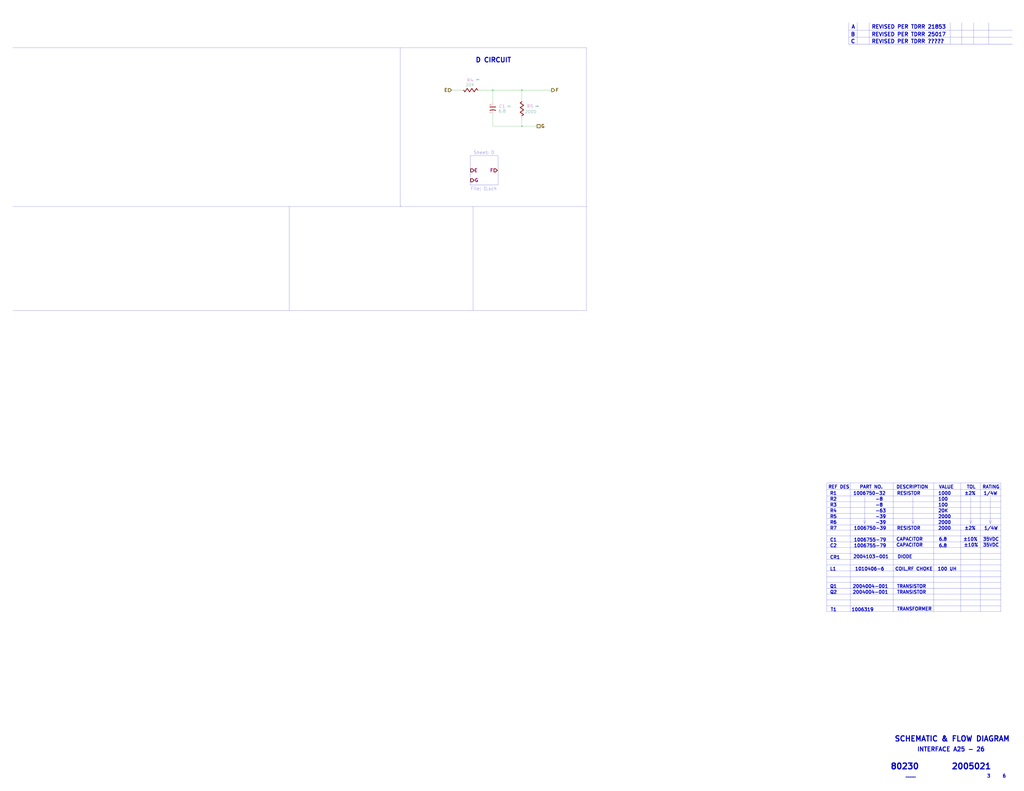
<source format=kicad_sch>
(kicad_sch (version 20211123) (generator eeschema)
  (paper "E")
  (lib_symbols
    (symbol "AGC_DSKY:Capacitor-Polarized" (pin_numbers hide) (pin_names (offset 0) hide)
      (property "Reference" "C" (at 4.445 5.08 0))
      (symbol "Capacitor-Polarized_0_0"
        (text "+" (at -2.54 4.445 0) (effects (font (size 3.556 3.556))))
        (text "-" (at -2.54 -3.81 0) (effects (font (size 3.556 3.556))))
      )
      (symbol "Capacitor-Polarized_0_1"
        (polyline (pts (xy -3.175 1.905) (xy 3.175 1.905)) (stroke (width 0.762)))
        (arc (start 3.175 -1.905) (mid 0 -1.2173) (end -3.175 -1.905) (stroke (width 0.762)))
      )
      (symbol "Capacitor-Polarized_1_1"
        (pin passive line (at 0 6.985 270) (length 5.08) (name "1") (number "1"))
        (pin passive line (at 0 -6.35 90) (length 5.08) (name "2") (number "2"))
      )
    )
    (symbol "AGC_DSKY:HierBody" (pin_numbers hide) (pin_names (offset 0) hide)
      (symbol "HierBody_0_1"
        (polyline (pts (xy 1.905 0) (xy -0.127 -1.778) (xy -1.905 -1.778) (xy -1.905 1.778) (xy -0.127 1.778) (xy 1.905 0)) (stroke (width 0.762)))
      )
    )
    (symbol "AGC_DSKY:Resistor" (pin_numbers hide) (pin_names (offset 0) hide)
      (property "Reference" "R" (at -0.635 -4.445 0))
      (symbol "Resistor_0_1"
        (polyline (pts (xy -7.62 0) (xy -6.35 -1.905) (xy -3.81 1.905) (xy -1.27 -1.905) (xy 1.27 1.905) (xy 3.81 -1.905) (xy 6.35 1.905) (xy 7.62 0)) (stroke (width 0.762)))
      )
      (symbol "Resistor_1_1"
        (pin passive line (at -10.16 0 0) (length 2.54) (name "1") (number "1"))
        (pin passive line (at 10.16 0 180) (length 2.54) (name "2") (number "2"))
      )
    )
  )
  (junction (at 537.845 98.425))
  (junction (at 569.595 98.425))
  (junction (at 569.595 137.795))
  (polyline (pts (xy 640.08 52.07) (xy 640.08 339.09)) (stroke (width 0) (type solid)))
  (polyline (pts (xy 436.88 224.79) (xy 437.515 224.79)))
  (polyline (pts (xy 902.4366 527.558) (xy 1092.3016 527.558)) (stroke (width 0) (type solid)))
  (wire (pts (xy 492.76 98.425) (xy 503.555 98.425)))
  (polyline (pts (xy 1078.992 48.2346) (xy 1078.992 24.7396)) (stroke (width 0.1524) (type solid)))
  (polyline (pts (xy 974.8266 527.558) (xy 974.8266 667.893)) (stroke (width 0) (type solid)))
  (polyline (pts (xy 315.595 225.425) (xy 315.595 339.09)) (stroke (width 0) (type solid)))
  (polyline (pts (xy 902.4366 585.343) (xy 1092.3016 585.343)) (stroke (width 0) (type solid)))
  (polyline (pts (xy 1059.2816 572.008) (xy 1058.0116 568.198)) (stroke (width 0) (type solid)))
  (polyline (pts (xy 902.4366 541.528) (xy 1092.3016 541.528)) (stroke (width 0) (type solid)))
  (wire (pts (xy 537.845 137.795) (xy 569.595 137.795)))
  (polyline (pts (xy 902.4366 527.558) (xy 902.4366 667.893)) (stroke (width 0) (type solid)))
  (polyline (pts (xy 902.4366 629.793) (xy 1092.3016 629.793)) (stroke (width 0) (type solid)))
  (polyline (pts (xy 1104.9 33.02) (xy 926.1094 33.02)) (stroke (width 0.1524) (type solid)))
  (wire (pts (xy 569.595 137.795) (xy 586.105 137.795)))
  (wire (pts (xy 569.595 108.585) (xy 569.595 98.425)))
  (polyline (pts (xy 902.4366 591.693) (xy 1092.3016 591.693)) (stroke (width 0) (type solid)))
  (polyline (pts (xy 948.69 48.2346) (xy 948.69 24.7396)) (stroke (width 0.1524) (type solid)))
  (wire (pts (xy 537.845 98.425) (xy 569.595 98.425)))
  (polyline (pts (xy 1080.8716 542.798) (xy 1080.8716 572.008)) (stroke (width 0) (type solid)))
  (polyline (pts (xy 902.4366 566.293) (xy 1092.3016 566.293)) (stroke (width 0) (type solid)))
  (polyline (pts (xy 1049.8074 48.2346) (xy 1049.8074 24.7396)) (stroke (width 0.1524) (type solid)))
  (polyline (pts (xy 935.7106 48.26) (xy 935.7106 24.765)) (stroke (width 0.1524) (type solid)))
  (polyline (pts (xy 944.9816 568.198) (xy 943.7116 572.008)) (stroke (width 0) (type solid)))
  (polyline (pts (xy 1059.2816 542.798) (xy 1059.2816 572.008)) (stroke (width 0) (type solid)))
  (polyline (pts (xy 927.8366 527.558) (xy 927.8366 667.893)) (stroke (width 0) (type solid)))
  (polyline (pts (xy 943.7116 572.008) (xy 942.4416 568.198)) (stroke (width 0) (type solid)))
  (polyline (pts (xy 436.88 52.07) (xy 436.88 224.79)) (stroke (width 0) (type solid)))
  (polyline (pts (xy 1080.8716 572.008) (xy 1079.6016 568.198)) (stroke (width 0) (type solid)))
  (polyline (pts (xy 437.515 224.79) (xy 437.515 225.425)))
  (polyline (pts (xy 1062.5074 48.2346) (xy 1062.5074 24.7396)) (stroke (width 0.1524) (type solid)))
  (polyline (pts (xy 943.7116 542.798) (xy 943.7116 572.008)) (stroke (width 0) (type solid)))
  (polyline (pts (xy 997.6866 568.198) (xy 996.4166 572.008)) (stroke (width 0) (type solid)))
  (polyline (pts (xy 1092.3016 598.043) (xy 902.4366 598.043)) (stroke (width 0) (type solid)))
  (wire (pts (xy 537.845 98.425) (xy 537.845 111.76)))
  (polyline (pts (xy 513.08 170.18) (xy 543.56 170.18)) (stroke (width 0) (type solid)))
  (polyline (pts (xy 1060.5516 568.198) (xy 1059.2816 572.008)) (stroke (width 0) (type solid)))
  (polyline (pts (xy 902.4366 604.393) (xy 1092.3016 604.393)) (stroke (width 0) (type solid)))
  (polyline (pts (xy 13.97 339.09) (xy 640.08 339.09)) (stroke (width 0) (type solid)))
  (polyline (pts (xy 1048.4866 527.558) (xy 1048.4866 667.893)) (stroke (width 0) (type solid)))
  (polyline (pts (xy 513.08 201.93) (xy 543.56 201.93)) (stroke (width 0) (type solid)))
  (polyline (pts (xy 513.08 170.18) (xy 513.08 201.93)) (stroke (width 0) (type solid)))
  (polyline (pts (xy 516.255 225.425) (xy 516.255 339.09)) (stroke (width 0) (type solid)))
  (polyline (pts (xy 1104.9 48.26) (xy 926.084 48.26)) (stroke (width 0.1524) (type solid)))
  (polyline (pts (xy 1037.1074 48.2346) (xy 1037.1074 24.7396)) (stroke (width 0.1524) (type solid)))
  (polyline (pts (xy 1104.9 40.64) (xy 926.1094 40.64)) (stroke (width 0.1524) (type solid)))
  (polyline (pts (xy 1070.0766 527.558) (xy 1070.0766 667.893)) (stroke (width 0) (type solid)))
  (polyline (pts (xy 926.1094 48.26) (xy 926.1094 24.765)) (stroke (width 0.1524) (type solid)))
  (polyline (pts (xy 1092.3016 547.878) (xy 902.4366 547.878)) (stroke (width 0) (type solid)))
  (polyline (pts (xy 996.4166 542.798) (xy 996.4166 572.008)) (stroke (width 0) (type solid)))
  (polyline (pts (xy 1082.1416 568.198) (xy 1080.8716 572.008)) (stroke (width 0) (type solid)))
  (wire (pts (xy 537.845 125.095) (xy 537.845 137.795)))
  (polyline (pts (xy 902.4366 573.278) (xy 1092.3016 573.278)) (stroke (width 0) (type solid)))
  (polyline (pts (xy 1092.3016 527.558) (xy 1092.3016 667.893)) (stroke (width 0) (type solid)))
  (polyline (pts (xy 1019.2766 527.558) (xy 1019.2766 667.893)) (stroke (width 0) (type solid)))
  (polyline (pts (xy 902.4366 642.493) (xy 1092.3016 642.493)) (stroke (width 0) (type solid)))
  (polyline (pts (xy 543.56 201.93) (xy 543.56 170.18)) (stroke (width 0) (type solid)))
  (wire (pts (xy 569.595 128.905) (xy 569.595 137.795)))
  (polyline (pts (xy 1092.3016 623.443) (xy 902.4366 623.443)) (stroke (width 0) (type solid)))
  (polyline (pts (xy 902.4366 617.093) (xy 1092.3016 617.093)) (stroke (width 0) (type solid)))
  (polyline (pts (xy 1092.3016 636.143) (xy 902.4366 636.143)) (stroke (width 0) (type solid)))
  (polyline (pts (xy 1092.3016 648.843) (xy 902.4366 648.843)) (stroke (width 0) (type solid)))
  (wire (pts (xy 569.595 98.425) (xy 601.98 98.425)))
  (polyline (pts (xy 902.4366 655.193) (xy 1092.3016 655.193)) (stroke (width 0) (type solid)))
  (polyline (pts (xy 1092.3016 610.743) (xy 902.4366 610.743)) (stroke (width 0) (type solid)))
  (polyline (pts (xy 1092.3016 560.578) (xy 902.4366 560.578)) (stroke (width 0) (type solid)))
  (polyline (pts (xy 1092.3016 534.543) (xy 902.4366 534.543)) (stroke (width 0) (type solid)))
  (polyline (pts (xy 902.4366 667.893) (xy 1092.3016 667.893)) (stroke (width 0) (type solid)))
  (polyline (pts (xy 996.4166 572.008) (xy 995.1466 568.198)) (stroke (width 0) (type solid)))
  (wire (pts (xy 523.875 98.425) (xy 537.845 98.425)))
  (polyline (pts (xy 13.97 225.425) (xy 640.08 225.425)) (stroke (width 0) (type solid)))
  (polyline (pts (xy 1092.3016 661.543) (xy 902.4366 661.543)) (stroke (width 0) (type solid)))
  (polyline (pts (xy 902.4366 554.228) (xy 1092.3016 554.228)) (stroke (width 0) (type solid)))
  (polyline (pts (xy 902.4366 578.993) (xy 1092.3016 578.993)) (stroke (width 0) (type solid)))
  (polyline (pts (xy 13.97 52.07) (xy 640.08 52.07)) (stroke (width 0) (type solid)))
  (text "1010406-6" (at 932.9166 623.443 0) (effects (font (size 3.556 3.556) (thickness 0.7112) bold) (justify left bottom)))
  (text "CAPACITOR" (at 978.0016 597.408 0) (effects (font (size 3.556 3.556) (thickness 0.7112) bold) (justify left bottom)))
  (text "1/4W" (at 1073.2516 540.893 0) (effects (font (size 3.556 3.556) (thickness 0.7112) bold) (justify left bottom)))
  (text "DESCRIPTION" (at 978.0016 533.908 0) (effects (font (size 3.556 3.556) (thickness 0.7112) bold) (justify left bottom)))
  (text "B      REVISED PER TDRR 25017" (at 928.37 40.005 0) (effects (font (size 4.064 4.064) (thickness 0.8128) bold) (justify left bottom)))
  (text "R4" (at 905.6116 559.943 0) (effects (font (size 3.556 3.556) (thickness 0.7112) bold) (justify left bottom)))
  (text "REF DES" (at 903.7066 533.908 0) (effects (font (size 3.556 3.556) (thickness 0.7112) bold) (justify left bottom)))
  (text "1006755-79" (at 931.6466 598.043 0) (effects (font (size 3.556 3.556) (thickness 0.7112) bold) (justify left bottom)))
  (text "6.8" (at 1024.3566 591.058 0) (effects (font (size 3.556 3.556) (thickness 0.7112) bold) (justify left bottom)))
  (text "-8" (at 955.1416 553.593 0) (effects (font (size 3.556 3.556) (thickness 0.7112) bold) (justify left bottom)))
  (text "CR1" (at 905.6116 610.743 0) (effects (font (size 3.556 3.556) (thickness 0.7112) bold) (justify left bottom)))
  (text "RESISTOR" (at 978.6366 540.893 0) (effects (font (size 3.556 3.556) (thickness 0.7112) bold) (justify left bottom)))
  (text "Q1" (at 905.6116 642.493 0) (effects (font (size 3.556 3.556) (thickness 0.7112) bold) (justify left bottom)))
  (text "R3" (at 905.6116 553.593 0) (effects (font (size 3.556 3.556) (thickness 0.7112) bold) (justify left bottom)))
  (text "RATING" (at 1071.9816 533.908 0) (effects (font (size 3.556 3.556) (thickness 0.7112) bold) (justify left bottom)))
  (text "INTERFACE A25 - 26" (at 1000.76 821.055 0) (effects (font (size 4.572 4.572) (thickness 0.9144) bold) (justify left bottom)))
  (text "2004004-001" (at 930.3766 648.843 0) (effects (font (size 3.556 3.556) (thickness 0.7112) bold) (justify left bottom)))
  (text "SCHEMATIC & FLOW DIAGRAM" (at 975.995 810.26 0) (effects (font (size 5.715 5.715) (thickness 1.143) bold) (justify left bottom)))
  (text "R1" (at 905.6116 540.893 0) (effects (font (size 3.556 3.556) (thickness 0.7112) bold) (justify left bottom)))
  (text "L1" (at 905.6116 623.443 0) (effects (font (size 3.556 3.556) (thickness 0.7112) bold) (justify left bottom)))
  (text "C1" (at 905.6116 591.693 0) (effects (font (size 3.556 3.556) (thickness 0.7112) bold) (justify left bottom)))
  (text "80230" (at 971.55 840.74 0) (effects (font (size 6.35 6.35) (thickness 1.27) bold) (justify left bottom)))
  (text "2005021" (at 1038.225 840.74 0) (effects (font (size 6.35 6.35) (thickness 1.27) bold) (justify left bottom)))
  (text "±2%" (at 1052.2966 578.993 0) (effects (font (size 3.556 3.556) (thickness 0.7112) bold) (justify left bottom)))
  (text "File: D.sch" (at 542.29 208.28 180) (effects (font (size 3.556 3.556)) (justify right bottom)))
  (text "1000" (at 1023.7216 540.893 0) (effects (font (size 3.556 3.556) (thickness 0.7112) bold) (justify left bottom)))
  (text "100" (at 1023.7216 553.593 0) (effects (font (size 3.556 3.556) (thickness 0.7112) bold) (justify left bottom)))
  (text "CAPACITOR" (at 978.0016 591.058 0) (effects (font (size 3.556 3.556) (thickness 0.7112) bold) (justify left bottom)))
  (text "-8" (at 955.1416 547.243 0) (effects (font (size 3.556 3.556) (thickness 0.7112) bold) (justify left bottom)))
  (text "TOL" (at 1054.8366 533.908 0) (effects (font (size 3.556 3.556) (thickness 0.7112) bold) (justify left bottom)))
  (text "T1" (at 906.2466 667.893 0) (effects (font (size 3.556 3.556) (thickness 0.7112) bold) (justify left bottom)))
  (text "35VDC" (at 1072.6166 591.058 0) (effects (font (size 3.556 3.556) (thickness 0.7112) bold) (justify left bottom)))
  (text "DIODE" (at 979.2716 610.108 0) (effects (font (size 3.556 3.556) (thickness 0.7112) bold) (justify left bottom)))
  (text "±10%" (at 1051.6616 597.408 0) (effects (font (size 3.556 3.556) (thickness 0.7112) bold) (justify left bottom)))
  (text "COIL,RF CHOKE" (at 976.7316 623.443 0) (effects (font (size 3.556 3.556) (thickness 0.7112) bold) (justify left bottom)))
  (text "100" (at 1023.7216 547.243 0) (effects (font (size 3.556 3.556) (thickness 0.7112) bold) (justify left bottom)))
  (text "±10%" (at 1051.0266 591.058 0) (effects (font (size 3.556 3.556) (thickness 0.7112) bold) (justify left bottom)))
  (text "6.8" (at 1024.3566 598.043 0) (effects (font (size 3.556 3.556) (thickness 0.7112) bold) (justify left bottom)))
  (text "R5" (at 905.6116 566.293 0) (effects (font (size 3.556 3.556) (thickness 0.7112) bold) (justify left bottom)))
  (text "-39" (at 955.1416 566.293 0) (effects (font (size 3.556 3.556) (thickness 0.7112) bold) (justify left bottom)))
  (text "1006319" (at 929.1066 667.893 0) (effects (font (size 3.556 3.556) (thickness 0.7112) bold) (justify left bottom)))
  (text "VALUE" (at 1024.3566 533.908 0) (effects (font (size 3.556 3.556) (thickness 0.7112) bold) (justify left bottom)))
  (text "20K" (at 1023.7216 559.943 0) (effects (font (size 3.556 3.556) (thickness 0.7112) bold) (justify left bottom)))
  (text "C2" (at 905.6116 598.043 0) (effects (font (size 3.556 3.556) (thickness 0.7112) bold) (justify left bottom)))
  (text "RESISTOR" (at 978.6366 578.993 0) (effects (font (size 3.556 3.556) (thickness 0.7112) bold) (justify left bottom)))
  (text "C      REVISED PER TDRR ?????" (at 928.37 47.625 0) (effects (font (size 4.064 4.064) (thickness 0.8128) bold) (justify left bottom)))
  (text "2000" (at 1023.7216 578.993 0) (effects (font (size 3.556 3.556) (thickness 0.7112) bold) (justify left bottom)))
  (text "____" (at 988.06 848.995 0) (effects (font (size 3.556 3.556) (thickness 0.7112) bold) (justify left bottom)))
  (text "A      REVISED PER TDRR 21853" (at 929.005 31.75 0) (effects (font (size 4.064 4.064) (thickness 0.8128) bold) (justify left bottom)))
  (text "1006755-79" (at 931.6466 591.693 0) (effects (font (size 3.556 3.556) (thickness 0.7112) bold) (justify left bottom)))
  (text "D CIRCUIT" (at 518.795 68.58 0) (effects (font (size 5.08 5.08) (thickness 1.016) bold) (justify left bottom)))
  (text "2004103-001" (at 931.0116 610.108 0) (effects (font (size 3.556 3.556) (thickness 0.7112) bold) (justify left bottom)))
  (text "R6" (at 905.6116 572.643 0) (effects (font (size 3.556 3.556) (thickness 0.7112) bold) (justify left bottom)))
  (text "TRANSISTOR" (at 978.6366 642.493 0) (effects (font (size 3.556 3.556) (thickness 0.7112) bold) (justify left bottom)))
  (text "TRANSISTOR" (at 978.6366 648.843 0) (effects (font (size 3.556 3.556) (thickness 0.7112) bold) (justify left bottom)))
  (text "100 UH" (at 1023.0866 623.443 0) (effects (font (size 3.556 3.556) (thickness 0.7112) bold) (justify left bottom)))
  (text "1/4W" (at 1073.8866 578.993 0) (effects (font (size 3.556 3.556) (thickness 0.7112) bold) (justify left bottom)))
  (text "Sheet: D" (at 539.75 168.91 180) (effects (font (size 3.556 3.556)) (justify right bottom)))
  (text "2000" (at 1023.7216 572.643 0) (effects (font (size 3.556 3.556) (thickness 0.7112) bold) (justify left bottom)))
  (text "3     6" (at 1076.96 849.63 0) (effects (font (size 3.556 3.556) (thickness 0.7112) bold) (justify left bottom)))
  (text "-63" (at 955.1416 559.943 0) (effects (font (size 3.556 3.556) (thickness 0.7112) bold) (justify left bottom)))
  (text "TRANSFORMER" (at 978.6366 667.258 0) (effects (font (size 3.556 3.556) (thickness 0.7112) bold) (justify left bottom)))
  (text "35VDC" (at 1072.6166 597.408 0) (effects (font (size 3.556 3.556) (thickness 0.7112) bold) (justify left bottom)))
  (text "±2%" (at 1052.2966 540.893 0) (effects (font (size 3.556 3.556) (thickness 0.7112) bold) (justify left bottom)))
  (text "1006750-39" (at 931.6466 578.993 0) (effects (font (size 3.556 3.556) (thickness 0.7112) bold) (justify left bottom)))
  (text "1006750-32" (at 931.0116 540.893 0) (effects (font (size 3.556 3.556) (thickness 0.7112) bold) (justify left bottom)))
  (text "PART NO." (at 937.9966 533.908 0) (effects (font (size 3.556 3.556) (thickness 0.7112) bold) (justify left bottom)))
  (text "2004004-001" (at 930.3766 642.493 0) (effects (font (size 3.556 3.556) (thickness 0.7112) bold) (justify left bottom)))
  (text "-39" (at 955.1416 572.643 0) (effects (font (size 3.556 3.556) (thickness 0.7112) bold) (justify left bottom)))
  (text "2000" (at 1023.7216 566.293 0) (effects (font (size 3.556 3.556) (thickness 0.7112) bold) (justify left bottom)))
  (text "R7" (at 905.6116 578.993 0) (effects (font (size 3.556 3.556) (thickness 0.7112) bold) (justify left bottom)))
  (text "Q2" (at 905.6116 648.843 0) (effects (font (size 3.556 3.556) (thickness 0.7112) bold) (justify left bottom)))
  (text "R2" (at 905.6116 547.243 0) (effects (font (size 3.556 3.556) (thickness 0.7112) bold) (justify left bottom)))
  (hierarchical_label "F" (shape output) (at 601.98 98.425 0) (effects (font (size 3.556 3.556) (thickness 0.7112) bold)))
  (hierarchical_label "G" (shape passive) (at 586.105 137.795 0) (effects (font (size 3.556 3.556) (thickness 0.7112) bold)))
  (hierarchical_label "E" (shape input) (at 492.76 98.425 180) (effects (font (size 3.556 3.556) (thickness 0.7112) bold)))
  (symbol (lib_id "AGC_DSKY:Resistor") (at 513.715 98.425 0)
    (property "Reference" "1R4" (at 521.335 86.995 0))
    (property "Value" "20K" (at 513.08 92.71 0) (effects (font (size 3.302 3.302))))
    (property "baseRefd" "R4" (at 513.08 87.63 0) (effects (font (size 3.556 3.556))))
  )
  (symbol (lib_id "AGC_DSKY:Resistor") (at 569.595 118.745 270)
    (property "Reference" "1R5" (at 586.105 116.205 90))
    (property "Value" "2000" (at 579.12 121.92 90) (effects (font (size 3.302 3.302))))
    (property "baseRefd" "R5" (at 578.485 116.205 90) (effects (font (size 3.556 3.556))))
  )
  (symbol (lib_id "AGC_DSKY:Capacitor-Polarized") (at 537.845 118.745 0)
    (property "Reference" "1C1" (at 555.625 116.205 0))
    (property "Value" "6.8" (at 548.005 121.285 0) (effects (font (size 3.302 3.302))))
    (property "baseRefd" "C1" (at 548.005 116.205 0) (effects (font (size 3.556 3.556))))
  )
  (symbol (lib_id "AGC_DSKY:HierBody") (at 515.62 186.055 0)
    (property "Reference" "N2901" (effects hide))
    (property "Value" "HierBody" (effects hide))
    (property "Caption2" "E" (at 519.43 186.055 0) (effects (font (size 3.556 3.556) bold)))
  )
  (symbol (lib_id "AGC_DSKY:HierBody") (at 515.62 196.85 0)
    (property "Reference" "N2902" (effects hide))
    (property "Value" "HierBody" (effects hide))
    (property "Caption2" "G" (at 520.065 196.85 0) (effects (font (size 3.556 3.556) bold)))
  )
  (symbol (lib_id "AGC_DSKY:HierBody") (at 541.02 186.055 0)
    (property "Reference" "N2903" (effects hide))
    (property "Value" "HierBody" (effects hide))
    (property "Caption2" "F" (at 536.575 186.055 0) (effects (font (size 3.556 3.556) bold)))
  )
)
</source>
